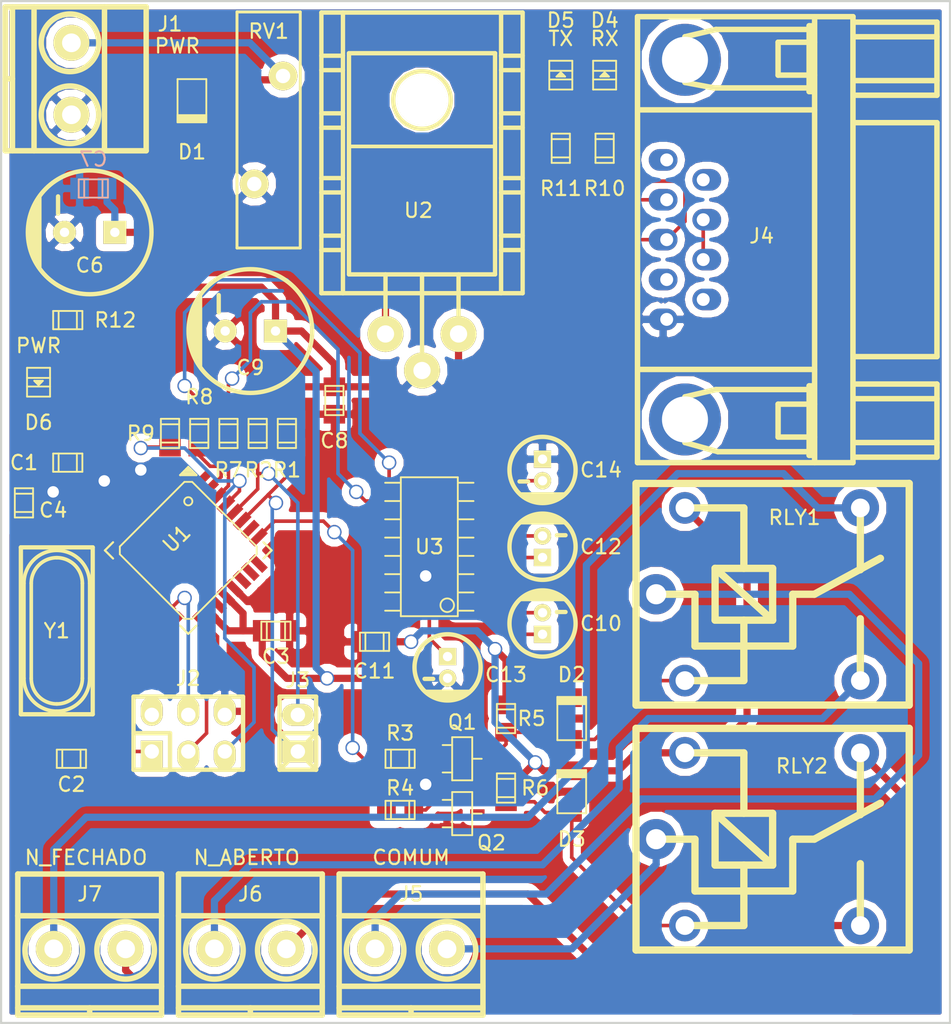
<source format=kicad_pcb>
(kicad_pcb (version 4) (host pcbnew 4.0.6)
  (layers (0 F.Cu signal) (31 B.Cu signal) (34 B.Paste user) (35 F.Paste user) (36 B.SilkS user) (37 F.SilkS user) (38 B.Mask user) (39 F.Mask user) (44 Edge.Cuts user))
  (net 0 "")
  (net 1 +5V)
  (net 2 GND)
  (net 3 /XTAL2)
  (net 4 /XTAL1)
  (net 5 "Net-(C6-Pad1)")
  (net 6 "Net-(C10-Pad1)")
  (net 7 "Net-(C10-Pad2)")
  (net 8 "Net-(C12-Pad1)")
  (net 9 "Net-(C12-Pad2)")
  (net 10 "Net-(C13-Pad1)")
  (net 11 "Net-(C14-Pad2)")
  (net 12 /MISO)
  (net 13 "Net-(J2-Pad2)")
  (net 14 /SCK)
  (net 15 /MOSI)
  (net 16 /RST)
  (net 17 /SDA)
  (net 18 /SCL)
  (net 19 /TX)
  (net 20 /RX)
  (net 21 "Net-(J4-Pad1)")
  (net 22 "Net-(J4-Pad4)")
  (net 23 "Net-(J4-Pad9)")
  (net 24 "Net-(J4-Pad7)")
  (net 25 "Net-(J4-Pad6)")
  (net 26 /C1)
  (net 27 /C2)
  (net 28 /NA1)
  (net 29 /NA2)
  (net 30 /NF1)
  (net 31 /NF2)
  (net 32 "Net-(Q1-Pad1)")
  (net 33 "Net-(Q2-Pad1)")
  (net 34 /R_EN)
  (net 35 "Net-(R7-Pad1)")
  (net 36 /RX_TTL)
  (net 37 "Net-(R8-Pad1)")
  (net 38 /TX_TTL)
  (net 39 "Net-(U1-Pad1)")
  (net 40 "Net-(U1-Pad2)")
  (net 41 "Net-(U1-Pad9)")
  (net 42 "Net-(U1-Pad10)")
  (net 43 "Net-(U1-Pad11)")
  (net 44 "Net-(U1-Pad12)")
  (net 45 "Net-(U1-Pad13)")
  (net 46 "Net-(U1-Pad14)")
  (net 47 "Net-(U1-Pad19)")
  (net 48 "Net-(U1-Pad22)")
  (net 49 "Net-(U1-Pad23)")
  (net 50 "Net-(U1-Pad24)")
  (net 51 "Net-(U1-Pad26)")
  (net 52 "Net-(U1-Pad32)")
  (net 53 "Net-(U3-Pad11)")
  (net 54 "Net-(U3-Pad12)")
  (net 55 "Net-(U3-Pad13)")
  (net 56 "Net-(U3-Pad14)")
  (net 57 "Net-(D1-Pad1)")
  (net 58 "Net-(D2-Pad1)")
  (net 59 "Net-(D3-Pad1)")
  (net 60 "Net-(D4-Pad2)")
  (net 61 "Net-(D5-Pad2)")
  (net 62 "Net-(D6-Pad2)")
  (module w_smd_leds:Led_0805 (layer F.Cu) (at 22.606 46.482 270)
    (fp_text reference D6 (at 2.794 0 360) (layer F.SilkS))
    (fp_text value PWR (at -2.54 0 360) (layer F.SilkS))
    (pad 2 smd rect (at -1.04902 0 270) (size 1.19888 1.19888) (layers F.Cu F.Paste F.Mask) (net 62 "Net-(D6-Pad2)"))
    (pad 1 smd rect (at 1.04902 0 270) (size 1.19888 1.19888) (layers F.Cu F.Paste F.Mask) (net 2 GND))
  )
  (module w_smd_leds:Led_0805 (layer F.Cu) (at 58.928 25.146 90)
    (fp_text reference D5 (at 3.81 0 180) (layer F.SilkS))
    (fp_text value TX (at 2.54 0 180) (layer F.SilkS))
    (pad 2 smd rect (at -1.04902 0 90) (size 1.19888 1.19888) (layers F.Cu F.Paste F.Mask) (net 61 "Net-(D5-Pad2)"))
    (pad 1 smd rect (at 1.04902 0 90) (size 1.19888 1.19888) (layers F.Cu F.Paste F.Mask) (net 2 GND))
  )
  (module w_smd_leds:Led_0805 (layer F.Cu) (at 61.976 25.146 90)
    (fp_text reference D4 (at 3.81 0 180) (layer F.SilkS))
    (fp_text value RX (at 2.54 0 180) (layer F.SilkS))
    (pad 2 smd rect (at -1.04902 0 90) (size 1.19888 1.19888) (layers F.Cu F.Paste F.Mask) (net 60 "Net-(D4-Pad2)"))
    (pad 1 smd rect (at 1.04902 0 90) (size 1.19888 1.19888) (layers F.Cu F.Paste F.Mask) (net 2 GND))
  )
  (module w_to:to220-horiz_5772 (layer F.Cu) (at 49.276 34.798)
    (fp_text reference U2 (at -0.254 -0.254) (layer F.SilkS))
    (fp_text value LM7805CT hide)
    (pad 3 thru_hole circle (at 2.54 8.3312) (size 2.49936 2.49936) (drill 1.19888) (layers *.Cu *.Mask F.SilkS) (net 1 +5V))
    (pad 1 thru_hole circle (at -2.54 8.3312) (size 2.49936 2.49936) (drill 1.19888) (layers *.Cu *.Mask F.SilkS) (net 5 "Net-(C6-Pad1)"))
    (pad 2 thru_hole circle (at 0 10.8712) (size 2.49936 2.49936) (drill 1.19888) (layers *.Cu *.Mask F.SilkS) (net 2 GND))
    (pad "" np_thru_hole circle (at 0 -7.9248) (size 3.49758 3.49758) (drill 3.49758) (layers *.Cu *.Mask F.SilkS))
  )
  (module w_smd_diode:do219ab (layer F.Cu) (at 33.274 26.924 270)
    (fp_text reference D1 (at 3.556 0 360) (layer F.SilkS))
    (fp_text value D_ALT hide)
    (pad 2 smd rect (at 1.45034 0 270) (size 1.30048 1.39954) (layers F.Cu F.Paste F.Mask) (net 5 "Net-(C6-Pad1)"))
    (pad 1 smd rect (at -1.45034 0 270) (size 1.30048 1.39954) (layers F.Cu F.Paste F.Mask) (net 57 "Net-(D1-Pad1)"))
  )
  (module w_smd_cap:c_0805 (layer F.Cu) (at 24.638 52.07)
    (fp_text reference C1 (at -3.048 0) (layer F.SilkS))
    (fp_text value 100nF hide)
    (pad 1 smd rect (at 0.9525 0) (size 1.30048 1.4986) (layers F.Cu F.Paste F.Mask) (net 1 +5V))
    (pad 2 smd rect (at -0.9525 0) (size 1.30048 1.4986) (layers F.Cu F.Paste F.Mask) (net 2 GND))
  )
  (module w_smd_cap:c_0805 (layer F.Cu) (at 24.892 72.644 180)
    (fp_text reference C2 (at 0 -1.778 180) (layer F.SilkS))
    (fp_text value 22pF hide)
    (pad 1 smd rect (at 0.9525 0 180) (size 1.30048 1.4986) (layers F.Cu F.Paste F.Mask) (net 3 /XTAL2))
    (pad 2 smd rect (at -0.9525 0 180) (size 1.30048 1.4986) (layers F.Cu F.Paste F.Mask) (net 2 GND))
  )
  (module w_smd_cap:c_0805 (layer F.Cu) (at 39.116 63.754 180)
    (fp_text reference C3 (at 0 -1.778 180) (layer F.SilkS))
    (fp_text value 100nF hide)
    (pad 1 smd rect (at 0.9525 0 180) (size 1.30048 1.4986) (layers F.Cu F.Paste F.Mask) (net 1 +5V))
    (pad 2 smd rect (at -0.9525 0 180) (size 1.30048 1.4986) (layers F.Cu F.Paste F.Mask) (net 2 GND))
  )
  (module w_smd_cap:c_0805 (layer F.Cu) (at 21.59 54.864 270)
    (fp_text reference C4 (at 0.508 -2.032 360) (layer F.SilkS))
    (fp_text value 22pF hide)
    (pad 1 smd rect (at 0.9525 0 270) (size 1.30048 1.4986) (layers F.Cu F.Paste F.Mask) (net 4 /XTAL1))
    (pad 2 smd rect (at -0.9525 0 270) (size 1.30048 1.4986) (layers F.Cu F.Paste F.Mask) (net 2 GND))
  )
  (module w_capacitors:CP_8x7mm (layer F.Cu) (at 26.162 36.068 90)
    (fp_text reference C6 (at -2.286 0 180) (layer F.SilkS))
    (fp_text value "470uF 35V" hide)
    (pad 1 thru_hole rect (at 0 1.75 90) (size 1.6 1.6) (drill 0.65) (layers *.Cu *.Mask F.SilkS) (net 5 "Net-(C6-Pad1)"))
    (pad 2 thru_hole circle (at 0 -1.75 90) (size 1.6 1.6) (drill 0.65) (layers *.Cu *.Mask F.SilkS) (net 2 GND))
  )
  (module w_smd_cap:c_0805 (layer B.Cu) (at 26.416 33.02)
    (fp_text reference C7 (at 0 -2.032) (layer B.SilkS) (effects (justify mirror)))
    (fp_text value 100nF hide)
    (pad 1 smd rect (at 0.9525 0) (size 1.30048 1.4986) (layers B.Cu B.Paste B.Mask) (net 5 "Net-(C6-Pad1)"))
    (pad 2 smd rect (at -0.9525 0) (size 1.30048 1.4986) (layers B.Cu B.Paste B.Mask) (net 2 GND))
  )
  (module w_smd_cap:c_0805 (layer F.Cu) (at 43.18 47.752 90)
    (fp_text reference C8 (at -2.794 0 180) (layer F.SilkS))
    (fp_text value 100nF hide)
    (pad 1 smd rect (at 0.9525 0 90) (size 1.30048 1.4986) (layers F.Cu F.Paste F.Mask) (net 1 +5V))
    (pad 2 smd rect (at -0.9525 0 90) (size 1.30048 1.4986) (layers F.Cu F.Paste F.Mask) (net 2 GND))
  )
  (module w_capacitors:CP_8x7mm (layer F.Cu) (at 37.338 42.926 90)
    (fp_text reference C9 (at -2.54 0 180) (layer F.SilkS))
    (fp_text value "470uF 10V" hide)
    (pad 1 thru_hole rect (at 0 1.75 90) (size 1.6 1.6) (drill 0.65) (layers *.Cu *.Mask F.SilkS) (net 1 +5V))
    (pad 2 thru_hole circle (at 0 -1.75 90) (size 1.6 1.6) (drill 0.65) (layers *.Cu *.Mask F.SilkS) (net 2 GND))
  )
  (module w_smd_cap:c_0805 (layer F.Cu) (at 45.974 64.516)
    (fp_text reference C11 (at 0 2.032) (layer F.SilkS))
    (fp_text value 100nF hide)
    (pad 1 smd rect (at 0.9525 0) (size 1.30048 1.4986) (layers F.Cu F.Paste F.Mask) (net 1 +5V))
    (pad 2 smd rect (at -0.9525 0) (size 1.30048 1.4986) (layers F.Cu F.Paste F.Mask) (net 2 GND))
  )
  (module w_smd_diode:do219ab (layer F.Cu) (at 59.69 69.85 90)
    (fp_text reference D2 (at 3.048 0 180) (layer F.SilkS))
    (fp_text value D_ALT hide)
    (pad 2 smd rect (at 1.45034 0 90) (size 1.30048 1.39954) (layers F.Cu F.Paste F.Mask) (net 1 +5V))
    (pad 1 smd rect (at -1.45034 0 90) (size 1.30048 1.39954) (layers F.Cu F.Paste F.Mask) (net 58 "Net-(D2-Pad1)"))
  )
  (module w_smd_diode:do219ab (layer F.Cu) (at 59.69 74.93 90)
    (fp_text reference D3 (at -3.302 0 180) (layer F.SilkS))
    (fp_text value D_ALT hide)
    (pad 2 smd rect (at 1.45034 0 90) (size 1.30048 1.39954) (layers F.Cu F.Paste F.Mask) (net 1 +5V))
    (pad 1 smd rect (at -1.45034 0 90) (size 1.30048 1.39954) (layers F.Cu F.Paste F.Mask) (net 59 "Net-(D3-Pad1)"))
  )
  (module w_conn_mkds:mkds_1,5-2 (layer F.Cu) (at 24.892 25.4 270)
    (fp_text reference J1 (at -3.81 -6.858 360) (layer F.SilkS))
    (fp_text value PWR (at -2.286 -7.366 360) (layer F.SilkS))
    (pad 1 thru_hole circle (at -2.5 0 270) (size 2.5 2.5) (drill 1.3) (layers *.Cu *.Mask F.SilkS) (net 57 "Net-(D1-Pad1)"))
    (pad 2 thru_hole circle (at 2.5 0 270) (size 2.5 2.5) (drill 1.3) (layers *.Cu *.Mask F.SilkS) (net 2 GND))
  )
  (module w_pin_strip:pin_strip_3x2 (layer F.Cu) (at 33.02 70.866)
    (fp_text reference J2 (at 0 -3.81) (layer F.SilkS))
    (fp_text value ICSP hide)
    (pad 1 thru_hole rect (at -2.54 1.27) (size 1.524 1.99898) (drill 1.00076 (offset 0 0.24892)) (layers *.Cu *.Mask F.SilkS) (net 12 /MISO))
    (pad 2 thru_hole oval (at -2.54 -1.27) (size 1.524 1.99898) (drill 1.00076 (offset 0 -0.24892)) (layers *.Cu *.Mask F.SilkS) (net 13 "Net-(J2-Pad2)"))
    (pad 3 thru_hole oval (at 0 1.27) (size 1.524 1.99898) (drill 1.00076 (offset 0 0.24892)) (layers *.Cu *.Mask F.SilkS) (net 14 /SCK))
    (pad 4 thru_hole oval (at 0 -1.27) (size 1.524 1.99898) (drill 1.00076 (offset 0 -0.24892)) (layers *.Cu *.Mask F.SilkS) (net 15 /MOSI))
    (pad 5 thru_hole oval (at 2.54 1.27) (size 1.524 1.99898) (drill 1.00076 (offset 0 0.24892)) (layers *.Cu *.Mask F.SilkS) (net 16 /RST))
    (pad 6 thru_hole oval (at 2.54 -1.27) (size 1.524 1.99898) (drill 1.00076 (offset 0 -0.24892)) (layers *.Cu *.Mask F.SilkS) (net 2 GND))
  )
  (module w_pin_strip:pin_socket_2 (layer F.Cu) (at 40.64 70.866 90)
    (fp_text reference J3 (at 3.683 0 180) (layer F.SilkS))
    (fp_text value I2C hide)
    (pad 1 thru_hole rect (at -1.27 0 90) (size 1.524 2.19964) (drill 1.00076) (layers *.Cu *.Mask F.SilkS) (net 17 /SDA))
    (pad 2 thru_hole oval (at 1.27 0 90) (size 1.524 2.19964) (drill 1.00076) (layers *.Cu *.Mask F.SilkS) (net 18 /SCL))
  )
  (module w_conn_d-sub:DB_9F (layer F.Cu) (at 74.676 36.576 90)
    (fp_text reference J4 (at 0.254 -1.778 180) (layer F.SilkS))
    (fp_text value DB9_FEMALE hide)
    (pad "" thru_hole circle (at 12.49426 -7.112 90) (size 5.00126 5.00126) (drill 3.2004) (layers *.Cu *.Mask))
    (pad 3 thru_hole oval (at 0 -8.382 90) (size 1.50114 1.99898) (drill 0.89916 (offset 0 -0.24892)) (layers *.Cu *.Mask) (net 19 /TX))
    (pad 2 thru_hole oval (at 2.77114 -8.382 90) (size 1.50114 1.99898) (drill 0.89916 (offset 0 -0.24892)) (layers *.Cu *.Mask) (net 20 /RX))
    (pad 1 thru_hole oval (at 5.53974 -8.382 90) (size 1.50114 1.99898) (drill 0.89916 (offset 0 -0.24892)) (layers *.Cu *.Mask) (net 21 "Net-(J4-Pad1)"))
    (pad 4 thru_hole oval (at -2.77114 -8.382 90) (size 1.50114 1.99898) (drill 0.89916 (offset 0 -0.24892)) (layers *.Cu *.Mask) (net 22 "Net-(J4-Pad4)"))
    (pad 5 thru_hole oval (at -5.53974 -8.382 90) (size 1.50114 1.99898) (drill 0.89916 (offset 0 -0.24892)) (layers *.Cu *.Mask) (net 2 GND))
    (pad 9 thru_hole oval (at -4.15544 -5.842 90) (size 1.50114 1.99898) (drill 0.89916 (offset 0 0.24892)) (layers *.Cu *.Mask) (net 23 "Net-(J4-Pad9)"))
    (pad 8 thru_hole oval (at -1.3843 -5.842 90) (size 1.50114 1.99898) (drill 0.89916 (offset 0 0.24892)) (layers *.Cu *.Mask) (net 24 "Net-(J4-Pad7)"))
    (pad 7 thru_hole oval (at 1.3843 -5.842 90) (size 1.50114 1.99898) (drill 0.89916 (offset 0 0.24892)) (layers *.Cu *.Mask) (net 24 "Net-(J4-Pad7)"))
    (pad 6 thru_hole oval (at 4.15544 -5.842 90) (size 1.50114 1.99898) (drill 0.89916 (offset 0 0.24892)) (layers *.Cu *.Mask) (net 25 "Net-(J4-Pad6)"))
    (pad "" thru_hole circle (at -12.49426 -7.112 90) (size 5.00126 5.00126) (drill 3.2004) (layers *.Cu *.Mask))
  )
  (module w_conn_mkds:mkds_1,5-2 (layer F.Cu) (at 48.514 85.852)
    (fp_text reference J5 (at 0 -3.81) (layer F.SilkS))
    (fp_text value COMUM (at 0 -6.35) (layer F.SilkS))
    (pad 1 thru_hole circle (at -2.5 0) (size 2.5 2.5) (drill 1.3) (layers *.Cu *.Mask F.SilkS) (net 26 /C1))
    (pad 2 thru_hole circle (at 2.5 0) (size 2.5 2.5) (drill 1.3) (layers *.Cu *.Mask F.SilkS) (net 27 /C2))
  )
  (module w_conn_mkds:mkds_1,5-2 (layer F.Cu) (at 37.338 85.852)
    (fp_text reference J6 (at 0 -3.81) (layer F.SilkS))
    (fp_text value N_ABERTO (at -0.254 -6.35) (layer F.SilkS))
    (pad 1 thru_hole circle (at -2.5 0) (size 2.5 2.5) (drill 1.3) (layers *.Cu *.Mask F.SilkS) (net 28 /NA1))
    (pad 2 thru_hole circle (at 2.5 0) (size 2.5 2.5) (drill 1.3) (layers *.Cu *.Mask F.SilkS) (net 29 /NA2))
  )
  (module w_conn_mkds:mkds_1,5-2 (layer F.Cu) (at 26.162 85.852)
    (fp_text reference J7 (at 0 -3.81) (layer F.SilkS))
    (fp_text value N_FECHADO (at -0.254 -6.35) (layer F.SilkS))
    (pad 1 thru_hole circle (at -2.5 0) (size 2.5 2.5) (drill 1.3) (layers *.Cu *.Mask F.SilkS) (net 30 /NF1))
    (pad 2 thru_hole circle (at 2.5 0) (size 2.5 2.5) (drill 1.3) (layers *.Cu *.Mask F.SilkS) (net 31 /NF2))
  )
  (module w_smd_trans:sot23 (layer F.Cu) (at 52.07 72.644 270)
    (fp_text reference Q1 (at -2.54 0 360) (layer F.SilkS))
    (fp_text value BC817 hide)
    (pad 1 smd rect (at -0.9525 1.05664 270) (size 0.59944 1.00076) (layers F.Cu F.Paste F.Mask) (net 32 "Net-(Q1-Pad1)"))
    (pad 2 smd rect (at 0 -1.05664 270) (size 0.59944 1.00076) (layers F.Cu F.Paste F.Mask) (net 58 "Net-(D2-Pad1)"))
    (pad 3 smd rect (at 0.9525 1.05664 270) (size 0.59944 1.00076) (layers F.Cu F.Paste F.Mask) (net 2 GND))
  )
  (module w_smd_trans:sot23 (layer F.Cu) (at 52.07 76.454 270)
    (fp_text reference Q2 (at 2.032 -2.032 360) (layer F.SilkS))
    (fp_text value BC817 hide)
    (pad 1 smd rect (at -0.9525 1.05664 270) (size 0.59944 1.00076) (layers F.Cu F.Paste F.Mask) (net 33 "Net-(Q2-Pad1)"))
    (pad 2 smd rect (at 0 -1.05664 270) (size 0.59944 1.00076) (layers F.Cu F.Paste F.Mask) (net 59 "Net-(D3-Pad1)"))
    (pad 3 smd rect (at 0.9525 1.05664 270) (size 0.59944 1.00076) (layers F.Cu F.Paste F.Mask) (net 2 GND))
  )
  (module w_smd_resistors:r_0805 (layer F.Cu) (at 39.878 50.038 90)
    (fp_text reference R1 (at -2.54 0 180) (layer F.SilkS))
    (fp_text value 4k7 hide)
    (pad 1 smd rect (at 0.9525 0 90) (size 1.30048 1.4986) (layers F.Cu F.Paste F.Mask) (net 1 +5V))
    (pad 2 smd rect (at -0.9525 0 90) (size 1.30048 1.4986) (layers F.Cu F.Paste F.Mask) (net 17 /SDA))
  )
  (module w_smd_resistors:r_0805 (layer F.Cu) (at 37.846 50.038 90)
    (fp_text reference R2 (at -2.54 0.0635 180) (layer F.SilkS))
    (fp_text value 4k7 hide)
    (pad 1 smd rect (at 0.9525 0 90) (size 1.30048 1.4986) (layers F.Cu F.Paste F.Mask) (net 1 +5V))
    (pad 2 smd rect (at -0.9525 0 90) (size 1.30048 1.4986) (layers F.Cu F.Paste F.Mask) (net 18 /SCL))
  )
  (module w_smd_resistors:r_0805 (layer F.Cu) (at 47.752 72.644)
    (fp_text reference R3 (at 0 -1.778) (layer F.SilkS))
    (fp_text value 1k hide)
    (pad 1 smd rect (at 0.9525 0) (size 1.30048 1.4986) (layers F.Cu F.Paste F.Mask) (net 32 "Net-(Q1-Pad1)"))
    (pad 2 smd rect (at -0.9525 0) (size 1.30048 1.4986) (layers F.Cu F.Paste F.Mask) (net 34 /R_EN))
  )
  (module w_smd_resistors:r_0805 (layer F.Cu) (at 47.752 76.2)
    (fp_text reference R4 (at 0 -1.524) (layer F.SilkS))
    (fp_text value 1k hide)
    (pad 1 smd rect (at 0.9525 0) (size 1.30048 1.4986) (layers F.Cu F.Paste F.Mask) (net 33 "Net-(Q2-Pad1)"))
    (pad 2 smd rect (at -0.9525 0) (size 1.30048 1.4986) (layers F.Cu F.Paste F.Mask) (net 34 /R_EN))
  )
  (module w_smd_resistors:r_0805 (layer F.Cu) (at 55.118 69.85 270)
    (fp_text reference R5 (at 0 -1.778 360) (layer F.SilkS))
    (fp_text value 10k hide)
    (pad 1 smd rect (at 0.9525 0 270) (size 1.30048 1.4986) (layers F.Cu F.Paste F.Mask) (net 58 "Net-(D2-Pad1)"))
    (pad 2 smd rect (at -0.9525 0 270) (size 1.30048 1.4986) (layers F.Cu F.Paste F.Mask) (net 1 +5V))
  )
  (module w_smd_resistors:r_0805 (layer F.Cu) (at 55.118 74.676 270)
    (fp_text reference R6 (at 0 -2.032 360) (layer F.SilkS))
    (fp_text value 10k hide)
    (pad 1 smd rect (at 0.9525 0 270) (size 1.30048 1.4986) (layers F.Cu F.Paste F.Mask) (net 59 "Net-(D3-Pad1)"))
    (pad 2 smd rect (at -0.9525 0 270) (size 1.30048 1.4986) (layers F.Cu F.Paste F.Mask) (net 1 +5V))
  )
  (module w_smd_resistors:r_0805 (layer F.Cu) (at 35.814 50.038 90)
    (fp_text reference R7 (at -2.54 0 180) (layer F.SilkS))
    (fp_text value 330R hide)
    (pad 1 smd rect (at 0.9525 0 90) (size 1.30048 1.4986) (layers F.Cu F.Paste F.Mask) (net 35 "Net-(R7-Pad1)"))
    (pad 2 smd rect (at -0.9525 0 90) (size 1.30048 1.4986) (layers F.Cu F.Paste F.Mask) (net 36 /RX_TTL))
  )
  (module w_smd_resistors:r_0805 (layer F.Cu) (at 33.782 50.038 90)
    (fp_text reference R8 (at 2.54 0 180) (layer F.SilkS))
    (fp_text value 330R hide)
    (pad 1 smd rect (at 0.9525 0 90) (size 1.30048 1.4986) (layers F.Cu F.Paste F.Mask) (net 37 "Net-(R8-Pad1)"))
    (pad 2 smd rect (at -0.9525 0 90) (size 1.30048 1.4986) (layers F.Cu F.Paste F.Mask) (net 38 /TX_TTL))
  )
  (module w_relay:relay_hjr-3ff_z (layer F.Cu) (at 73.66 61.214 90)
    (fp_text reference RLY1 (at 5.334 1.524 180) (layer F.SilkS))
    (fp_text value RELAY_HJR-3FF_Z hide)
    (pad 2 thru_hole circle (at -6 -6.1 90) (size 2.2 2.2) (drill 1.3) (layers *.Cu) (net 58 "Net-(D2-Pad1)"))
    (pad 3 thru_hole circle (at -6 6.1 90) (size 2.6 2.6) (drill 1.3) (layers *.Cu) (net 28 /NA1))
    (pad 4 thru_hole circle (at 6 6.1 90) (size 2.6 2.6) (drill 1.3) (layers *.Cu) (net 30 /NF1))
    (pad 5 thru_hole circle (at 6 -6.1 90) (size 2.2 2.2) (drill 1.3) (layers *.Cu) (net 1 +5V))
    (pad 1 thru_hole circle (at 0 -8.1 90) (size 2.8 2.8) (drill 1.4) (layers *.Cu) (net 26 /C1))
  )
  (module w_relay:relay_hjr-3ff_z (layer F.Cu) (at 73.66 78.232 90)
    (fp_text reference RLY2 (at 5.08 2.032 180) (layer F.SilkS))
    (fp_text value RELAY_HJR-3FF_Z hide)
    (pad 2 thru_hole circle (at -6 -6.1 90) (size 2.2 2.2) (drill 1.3) (layers *.Cu) (net 59 "Net-(D3-Pad1)"))
    (pad 3 thru_hole circle (at -6 6.1 90) (size 2.6 2.6) (drill 1.3) (layers *.Cu) (net 29 /NA2))
    (pad 4 thru_hole circle (at 6 6.1 90) (size 2.6 2.6) (drill 1.3) (layers *.Cu) (net 31 /NF2))
    (pad 5 thru_hole circle (at 6 -6.1 90) (size 2.2 2.2) (drill 1.3) (layers *.Cu) (net 1 +5V))
    (pad 1 thru_hole circle (at 0 -8.1 90) (size 2.8 2.8) (drill 1.4) (layers *.Cu) (net 27 /C2))
  )
  (module bourns:BOURNS-MOV-14DxxxK_THRU-VARISTOR (layer F.Cu) (at 38.608 28.956 270)
    (fp_text reference RV1 (at -6.858 0 360) (layer F.SilkS))
    (fp_text value 30V hide)
    (pad 1 thru_hole circle (at -3.75 -1 270) (size 2 2) (drill 1) (layers *.Cu *.Mask F.SilkS) (net 57 "Net-(D1-Pad1)"))
    (pad 2 thru_hole circle (at 3.75 1 270) (size 2 2) (drill 1) (layers *.Cu *.Mask F.SilkS) (net 2 GND))
  )
  (module w_smd_lqfp:lqfp32 (layer F.Cu) (at 33.02 58.166 225)
    (fp_text reference U1 (at 0 1.143 225) (layer F.SilkS))
    (fp_text value ATMEGA328P-AU hide)
    (pad 4 smd rect (at -0.39878 4.09956 225) (size 0.55118 1.30048) (layers F.Cu F.Paste F.Mask) (net 1 +5V))
    (pad 5 smd rect (at 0.39878 4.09956 225) (size 0.55118 1.30048) (layers F.Cu F.Paste F.Mask) (net 2 GND))
    (pad 6 smd rect (at 1.19888 4.09956 225) (size 0.55118 1.30048) (layers F.Cu F.Paste F.Mask) (net 1 +5V))
    (pad 7 smd rect (at 1.99898 4.09956 225) (size 0.55118 1.30048) (layers F.Cu F.Paste F.Mask) (net 4 /XTAL1))
    (pad 8 smd rect (at 2.79908 4.09956 225) (size 0.55118 1.30048) (layers F.Cu F.Paste F.Mask) (net 3 /XTAL2))
    (pad 1 smd rect (at -2.79908 4.09956 225) (size 0.55118 1.30048) (layers F.Cu F.Paste F.Mask) (net 39 "Net-(U1-Pad1)"))
    (pad 2 smd rect (at -1.99898 4.09956 225) (size 0.55118 1.30048) (layers F.Cu F.Paste F.Mask) (net 40 "Net-(U1-Pad2)"))
    (pad 3 smd rect (at -1.19888 4.09956 225) (size 0.55118 1.30048) (layers F.Cu F.Paste F.Mask) (net 2 GND))
    (pad 9 smd rect (at 4.09956 2.79908 225) (size 1.30048 0.55118) (layers F.Cu F.Paste F.Mask) (net 41 "Net-(U1-Pad9)"))
    (pad 10 smd rect (at 4.09956 1.99898 225) (size 1.30048 0.55118) (layers F.Cu F.Paste F.Mask) (net 42 "Net-(U1-Pad10)"))
    (pad 11 smd rect (at 4.09956 1.19888 225) (size 1.30048 0.55118) (layers F.Cu F.Paste F.Mask) (net 43 "Net-(U1-Pad11)"))
    (pad 12 smd rect (at 4.09956 0.39878 225) (size 1.30048 0.55118) (layers F.Cu F.Paste F.Mask) (net 44 "Net-(U1-Pad12)"))
    (pad 13 smd rect (at 4.09956 -0.39878 225) (size 1.30048 0.55118) (layers F.Cu F.Paste F.Mask) (net 45 "Net-(U1-Pad13)"))
    (pad 14 smd rect (at 4.09956 -1.19888 225) (size 1.30048 0.55118) (layers F.Cu F.Paste F.Mask) (net 46 "Net-(U1-Pad14)"))
    (pad 15 smd rect (at 4.09956 -1.99898 225) (size 1.30048 0.55118) (layers F.Cu F.Paste F.Mask) (net 15 /MOSI))
    (pad 16 smd rect (at 4.09956 -2.79908 225) (size 1.30048 0.55118) (layers F.Cu F.Paste F.Mask) (net 12 /MISO))
    (pad 17 smd rect (at 2.79908 -4.09956 225) (size 0.55118 1.30048) (layers F.Cu F.Paste F.Mask) (net 14 /SCK))
    (pad 18 smd rect (at 1.99898 -4.09956 225) (size 0.55118 1.30048) (layers F.Cu F.Paste F.Mask) (net 1 +5V))
    (pad 19 smd rect (at 1.19888 -4.09956 225) (size 0.55118 1.30048) (layers F.Cu F.Paste F.Mask) (net 47 "Net-(U1-Pad19)"))
    (pad 20 smd rect (at 0.39878 -4.09956 225) (size 0.55118 1.30048) (layers F.Cu F.Paste F.Mask) (net 1 +5V))
    (pad 21 smd rect (at -0.39878 -4.09956 225) (size 0.55118 1.30048) (layers F.Cu F.Paste F.Mask) (net 2 GND))
    (pad 22 smd rect (at -1.19888 -4.09956 225) (size 0.55118 1.30048) (layers F.Cu F.Paste F.Mask) (net 48 "Net-(U1-Pad22)"))
    (pad 23 smd rect (at -1.99898 -4.09956 225) (size 0.55118 1.30048) (layers F.Cu F.Paste F.Mask) (net 49 "Net-(U1-Pad23)"))
    (pad 24 smd rect (at -2.79908 -4.09956 225) (size 0.55118 1.30048) (layers F.Cu F.Paste F.Mask) (net 50 "Net-(U1-Pad24)"))
    (pad 25 smd rect (at -4.09956 -2.79908 225) (size 1.30048 0.55118) (layers F.Cu F.Paste F.Mask) (net 34 /R_EN))
    (pad 26 smd rect (at -4.09956 -1.99898 225) (size 1.30048 0.55118) (layers F.Cu F.Paste F.Mask) (net 51 "Net-(U1-Pad26)"))
    (pad 27 smd rect (at -4.09956 -1.19888 225) (size 1.30048 0.55118) (layers F.Cu F.Paste F.Mask) (net 17 /SDA))
    (pad 28 smd rect (at -4.09956 -0.39878 225) (size 1.30048 0.55118) (layers F.Cu F.Paste F.Mask) (net 18 /SCL))
    (pad 29 smd rect (at -4.09956 0.39878 225) (size 1.30048 0.55118) (layers F.Cu F.Paste F.Mask) (net 16 /RST))
    (pad 30 smd rect (at -4.09956 1.19888 225) (size 1.30048 0.55118) (layers F.Cu F.Paste F.Mask) (net 36 /RX_TTL))
    (pad 31 smd rect (at -4.09956 1.99898 225) (size 1.30048 0.55118) (layers F.Cu F.Paste F.Mask) (net 38 /TX_TTL))
    (pad 32 smd rect (at -4.09956 2.79908 225) (size 1.30048 0.55118) (layers F.Cu F.Paste F.Mask) (net 52 "Net-(U1-Pad32)"))
  )
  (module w_smd_dil:so-16 (layer F.Cu) (at 49.784 57.912 90)
    (fp_text reference U3 (at 0 0 180) (layer F.SilkS))
    (fp_text value MAX232 hide)
    (pad 1 smd rect (at -4.445 2.794 90) (size 0.59944 1.99898) (layers F.Cu F.Paste F.Mask) (net 6 "Net-(C10-Pad1)"))
    (pad 2 smd rect (at -3.175 2.794 90) (size 0.59944 1.99898) (layers F.Cu F.Paste F.Mask) (net 10 "Net-(C13-Pad1)"))
    (pad 3 smd rect (at -1.905 2.794 90) (size 0.59944 1.99898) (layers F.Cu F.Paste F.Mask) (net 7 "Net-(C10-Pad2)"))
    (pad 4 smd rect (at -0.635 2.794 90) (size 0.59944 1.99898) (layers F.Cu F.Paste F.Mask) (net 8 "Net-(C12-Pad1)"))
    (pad 5 smd rect (at 0.635 2.794 90) (size 0.59944 1.99898) (layers F.Cu F.Paste F.Mask) (net 9 "Net-(C12-Pad2)"))
    (pad 6 smd rect (at 1.905 2.794 90) (size 0.59944 1.99898) (layers F.Cu F.Paste F.Mask) (net 11 "Net-(C14-Pad2)"))
    (pad 7 smd rect (at 3.175 2.794 90) (size 0.59944 1.99898) (layers F.Cu F.Paste F.Mask) (net 19 /TX))
    (pad 8 smd rect (at 4.445 2.794 90) (size 0.59944 1.99898) (layers F.Cu F.Paste F.Mask) (net 20 /RX))
    (pad 9 smd rect (at 4.445 -2.794 90) (size 0.59944 1.99898) (layers F.Cu F.Paste F.Mask) (net 37 "Net-(R8-Pad1)"))
    (pad 10 smd rect (at 3.175 -2.794 90) (size 0.59944 1.99898) (layers F.Cu F.Paste F.Mask) (net 35 "Net-(R7-Pad1)"))
    (pad 11 smd rect (at 1.905 -2.794 90) (size 0.59944 1.99898) (layers F.Cu F.Paste F.Mask) (net 53 "Net-(U3-Pad11)"))
    (pad 12 smd rect (at 0.635 -2.794 90) (size 0.59944 1.99898) (layers F.Cu F.Paste F.Mask) (net 54 "Net-(U3-Pad12)"))
    (pad 13 smd rect (at -0.635 -2.794 90) (size 0.59944 1.99898) (layers F.Cu F.Paste F.Mask) (net 55 "Net-(U3-Pad13)"))
    (pad 14 smd rect (at -1.905 -2.794 90) (size 0.59944 1.99898) (layers F.Cu F.Paste F.Mask) (net 56 "Net-(U3-Pad14)"))
    (pad 15 smd rect (at -3.175 -2.794 90) (size 0.59944 1.99898) (layers F.Cu F.Paste F.Mask) (net 2 GND))
    (pad 16 smd rect (at -4.445 -2.794 90) (size 0.59944 1.99898) (layers F.Cu F.Paste F.Mask) (net 1 +5V))
  )
  (module w_crystal:crystal_hc-49%2fsmd (layer F.Cu) (at 23.876 63.754 90)
    (fp_text reference Y1 (at 0 0 180) (layer F.SilkS))
    (fp_text value 16MHz hide)
    (pad 1 smd rect (at -4.7498 0 90) (size 5.4991 1.99898) (layers F.Cu F.Paste F.Mask) (net 3 /XTAL2))
    (pad 2 smd rect (at 4.7498 0 90) (size 5.4991 1.99898) (layers F.Cu F.Paste F.Mask) (net 4 /XTAL1))
  )
  (module w_smd_resistors:r_0805 (layer F.Cu) (at 31.75 50.038 270)
    (fp_text reference R9 (at 0 2.032 360) (layer F.SilkS))
    (fp_text value 10k hide)
    (pad 1 smd rect (at 0.9525 0 270) (size 1.30048 1.4986) (layers F.Cu F.Paste F.Mask) (net 16 /RST))
    (pad 2 smd rect (at -0.9525 0 270) (size 1.30048 1.4986) (layers F.Cu F.Paste F.Mask) (net 1 +5V))
  )
  (module w_capacitors:CP_4x5mm (layer F.Cu) (at 57.658 63.246)
    (fp_text reference C10 (at 4.064 0) (layer F.SilkS))
    (fp_text value "10uF 10V" hide)
    (pad 1 thru_hole rect (at 0 0.75) (size 1.2 1.2) (drill 0.65) (layers *.Cu *.Mask F.SilkS) (net 6 "Net-(C10-Pad1)"))
    (pad 2 thru_hole circle (at 0 -0.75) (size 1.2 1.2) (drill 0.65) (layers *.Cu *.Mask F.SilkS) (net 7 "Net-(C10-Pad2)"))
  )
  (module w_capacitors:CP_4x5mm (layer F.Cu) (at 57.658 57.912)
    (fp_text reference C12 (at 4.064 0) (layer F.SilkS))
    (fp_text value "10uF 10V" hide)
    (pad 1 thru_hole rect (at 0 0.75) (size 1.2 1.2) (drill 0.65) (layers *.Cu *.Mask F.SilkS) (net 8 "Net-(C12-Pad1)"))
    (pad 2 thru_hole circle (at 0 -0.75) (size 1.2 1.2) (drill 0.65) (layers *.Cu *.Mask F.SilkS) (net 9 "Net-(C12-Pad2)"))
  )
  (module w_capacitors:CP_4x5mm (layer F.Cu) (at 51.054 66.294 180)
    (fp_text reference C13 (at -4.064 -0.508 180) (layer F.SilkS))
    (fp_text value "10uF 10V" hide)
    (pad 1 thru_hole rect (at 0 0.75 180) (size 1.2 1.2) (drill 0.65) (layers *.Cu *.Mask F.SilkS) (net 10 "Net-(C13-Pad1)"))
    (pad 2 thru_hole circle (at 0 -0.75 180) (size 1.2 1.2) (drill 0.65) (layers *.Cu *.Mask F.SilkS) (net 2 GND))
  )
  (module w_capacitors:CP_4x5mm (layer F.Cu) (at 57.658 52.578 180)
    (fp_text reference C14 (at -4.064 0 180) (layer F.SilkS))
    (fp_text value "10uF 10V" hide)
    (pad 1 thru_hole rect (at 0 0.75 180) (size 1.2 1.2) (drill 0.65) (layers *.Cu *.Mask F.SilkS) (net 2 GND))
    (pad 2 thru_hole circle (at 0 -0.75 180) (size 1.2 1.2) (drill 0.65) (layers *.Cu *.Mask F.SilkS) (net 11 "Net-(C14-Pad2)"))
  )
  (module w_smd_resistors:r_0805 (layer F.Cu) (at 61.976 30.226 90)
    (fp_text reference R10 (at -2.794 0 180) (layer F.SilkS))
    (fp_text value 560R hide)
    (pad 1 smd rect (at 0.9525 0 90) (size 1.30048 1.4986) (layers F.Cu F.Paste F.Mask) (net 60 "Net-(D4-Pad2)"))
    (pad 2 smd rect (at -0.9525 0 90) (size 1.30048 1.4986) (layers F.Cu F.Paste F.Mask) (net 19 /TX))
  )
  (module w_smd_resistors:r_0805 (layer F.Cu) (at 58.928 30.226 90)
    (fp_text reference R11 (at -2.794 0 180) (layer F.SilkS))
    (fp_text value 560R hide)
    (pad 1 smd rect (at 0.9525 0 90) (size 1.30048 1.4986) (layers F.Cu F.Paste F.Mask) (net 61 "Net-(D5-Pad2)"))
    (pad 2 smd rect (at -0.9525 0 90) (size 1.30048 1.4986) (layers F.Cu F.Paste F.Mask) (net 20 /RX))
  )
  (module w_smd_resistors:r_0805 (layer F.Cu) (at 24.638 42.164 180)
    (fp_text reference R12 (at -3.302 0 180) (layer F.SilkS))
    (fp_text value 560R hide)
    (pad 1 smd rect (at 0.9525 0 180) (size 1.30048 1.4986) (layers F.Cu F.Paste F.Mask) (net 62 "Net-(D6-Pad2)"))
    (pad 2 smd rect (at -0.9525 0 180) (size 1.30048 1.4986) (layers F.Cu F.Paste F.Mask) (net 1 +5V))
  )
  (gr_line (start 86 20) (end 86 91) (angle 90) (layer Edge.Cuts) (width 0.15))
  (gr_line (start 20 91) (end 86 91) (angle 90) (layer Edge.Cuts) (width 0.15))
  (gr_line (start 20 20) (end 20 91) (angle 90) (layer Edge.Cuts) (width 0.15))
  (gr_line (start 20 20) (end 86 20) (angle 90) (layer Edge.Cuts) (width 0.15))
  (segment (start 31.75 49.0855) (end 25.5905 49.0855) (width 0.5) (layer F.Cu) (net 1))
  (segment (start 25.654 49.022) (end 25.5905 49.022) (width 0.5) (layer F.Cu) (net 1))
  (segment (start 25.5905 49.0855) (end 25.654 49.022) (width 0.5) (layer F.Cu) (net 1))
  (segment (start 59.69 73.47966) (end 62.91834 73.47966) (width 0.5) (layer F.Cu) (net 1))
  (segment (start 64.166 72.232) (end 67.56 72.232) (width 0.5) (layer F.Cu) (net 1))
  (segment (start 62.91834 73.47966) (end 64.166 72.232) (width 0.5) (layer F.Cu) (net 1))
  (segment (start 67.56 55.214) (end 71.882 59.536) (width 0.5) (layer F.Cu) (net 1))
  (segment (start 71.882 59.536) (end 71.882 69.85) (width 0.5) (layer F.Cu) (net 1))
  (segment (start 71.882 69.85) (end 69.5 72.232) (width 0.5) (layer F.Cu) (net 1))
  (segment (start 69.5 72.232) (end 67.56 72.232) (width 0.5) (layer F.Cu) (net 1))
  (segment (start 59.69 73.47966) (end 57.73166 73.47966) (width 0.5) (layer F.Cu) (net 1))
  (segment (start 57.73166 73.47966) (end 57.15 72.898) (width 0.5) (layer F.Cu) (net 1))
  (segment (start 55.118 73.7235) (end 56.3245 73.7235) (width 0.5) (layer F.Cu) (net 1))
  (segment (start 54.356 70.104) (end 54.356 65.024) (width 0.5) (layer B.Cu) (net 1))
  (segment (start 57.15 72.898) (end 54.356 70.104) (width 0.5) (layer B.Cu) (net 1))
  (via (at 57.15 72.898) (size 1) (drill 0.8) (layers F.Cu B.Cu) (net 1))
  (segment (start 56.3245 73.7235) (end 57.15 72.898) (width 0.5) (layer F.Cu) (net 1))
  (segment (start 59.69 68.39966) (end 57.58434 68.39966) (width 0.5) (layer F.Cu) (net 1))
  (segment (start 57.0865 68.8975) (end 55.118 68.8975) (width 0.5) (layer F.Cu) (net 1))
  (segment (start 57.58434 68.39966) (end 57.0865 68.8975) (width 0.5) (layer F.Cu) (net 1))
  (segment (start 55.118 68.8975) (end 55.118 65.786) (width 0.5) (layer F.Cu) (net 1))
  (segment (start 48.514 64.516) (end 46.9265 64.516) (width 0.5) (layer F.Cu) (net 1))
  (via (at 48.514 64.516) (size 1) (drill 0.8) (layers F.Cu B.Cu) (net 1))
  (segment (start 49.276 63.754) (end 48.514 64.516) (width 0.5) (layer B.Cu) (net 1))
  (segment (start 53.086 63.754) (end 49.276 63.754) (width 0.5) (layer B.Cu) (net 1))
  (segment (start 54.356 65.024) (end 53.086 63.754) (width 0.5) (layer B.Cu) (net 1))
  (via (at 54.356 65.024) (size 1) (drill 0.8) (layers F.Cu B.Cu) (net 1))
  (segment (start 55.118 65.786) (end 54.356 65.024) (width 0.5) (layer F.Cu) (net 1))
  (segment (start 39.088 42.926) (end 41.91 45.748) (width 0.5) (layer B.Cu) (net 1))
  (via (at 42.672 67.056) (size 1) (drill 0.8) (layers F.Cu B.Cu) (net 1))
  (segment (start 41.91 66.294) (end 42.672 67.056) (width 0.5) (layer B.Cu) (net 1))
  (segment (start 41.91 45.748) (end 41.91 66.294) (width 0.5) (layer B.Cu) (net 1))
  (segment (start 25.5905 42.164) (end 26.924 42.164) (width 0.5) (layer F.Cu) (net 1))
  (segment (start 26.924 42.164) (end 27.686 42.926) (width 0.5) (layer F.Cu) (net 1))
  (segment (start 46.9265 64.516) (end 46.9265 66.1035) (width 0.5) (layer F.Cu) (net 1))
  (segment (start 46.9265 66.1035) (end 45.974 67.056) (width 0.5) (layer F.Cu) (net 1))
  (segment (start 45.974 67.056) (end 42.672 67.056) (width 0.5) (layer F.Cu) (net 1))
  (segment (start 39.878 67.056) (end 38.354 65.532) (width 0.5) (layer F.Cu) (net 1))
  (segment (start 42.672 67.056) (end 39.878 67.056) (width 0.5) (layer F.Cu) (net 1))
  (segment (start 46.99 62.357) (end 46.99 64.4525) (width 0.5) (layer F.Cu) (net 1))
  (segment (start 46.99 64.4525) (end 46.9265 64.516) (width 0.5) (layer F.Cu) (net 1))
  (segment (start 43.18 46.7995) (end 40.5765 46.7995) (width 0.5) (layer F.Cu) (net 1))
  (segment (start 39.878 47.498) (end 39.878 49.0855) (width 0.5) (layer F.Cu) (net 1))
  (segment (start 40.5765 46.7995) (end 39.878 47.498) (width 0.5) (layer F.Cu) (net 1))
  (segment (start 37.846 49.0855) (end 39.878 49.0855) (width 0.5) (layer F.Cu) (net 1))
  (segment (start 38.1635 63.754) (end 38.1635 65.3415) (width 0.5) (layer F.Cu) (net 1))
  (segment (start 38.1635 65.3415) (end 38.354 65.532) (width 0.5) (layer F.Cu) (net 1))
  (segment (start 38.1635 63.754) (end 36.83 63.754) (width 0.5) (layer F.Cu) (net 1))
  (segment (start 35.636847 61.346807) (end 36.83 62.53996) (width 0.5) (layer F.Cu) (net 1))
  (segment (start 36.83 62.53996) (end 36.83 63.754) (width 0.5) (layer F.Cu) (net 1))
  (segment (start 36.83 63.754) (end 35.781015 63.754) (width 0.5) (layer F.Cu) (net 1))
  (segment (start 35.781015 63.754) (end 34.505334 62.478319) (width 0.5) (layer F.Cu) (net 1))
  (segment (start 39.088 42.926) (end 40.894 42.926) (width 0.5) (layer F.Cu) (net 1))
  (segment (start 40.894 42.926) (end 43.18 45.212) (width 0.5) (layer F.Cu) (net 1))
  (segment (start 43.18 45.212) (end 43.18 46.7995) (width 0.5) (layer F.Cu) (net 1))
  (segment (start 51.816 43.1292) (end 51.816 47.244) (width 0.5) (layer F.Cu) (net 1))
  (segment (start 51.816 47.244) (end 50.546 48.514) (width 0.5) (layer F.Cu) (net 1))
  (segment (start 50.546 48.514) (end 47.752 48.514) (width 0.5) (layer F.Cu) (net 1))
  (segment (start 47.752 48.514) (end 46.0375 46.7995) (width 0.5) (layer F.Cu) (net 1))
  (segment (start 46.0375 46.7995) (end 43.18 46.7995) (width 0.5) (layer F.Cu) (net 1))
  (segment (start 29.273437 56.11491) (end 27.514527 54.356) (width 0.5) (layer F.Cu) (net 1))
  (segment (start 25.5905 53.7845) (end 25.5905 52.07) (width 0.5) (layer F.Cu) (net 1))
  (segment (start 26.162 54.356) (end 25.5905 53.7845) (width 0.5) (layer F.Cu) (net 1))
  (segment (start 27.514527 54.356) (end 26.162 54.356) (width 0.5) (layer F.Cu) (net 1))
  (segment (start 30.403153 54.985193) (end 27.48796 52.07) (width 0.5) (layer F.Cu) (net 1))
  (segment (start 27.48796 52.07) (end 25.5905 52.07) (width 0.5) (layer F.Cu) (net 1))
  (segment (start 25.5905 52.07) (end 25.5905 49.022) (width 0.5) (layer F.Cu) (net 1))
  (segment (start 25.5905 49.022) (end 25.5905 45.0215) (width 0.5) (layer F.Cu) (net 1))
  (segment (start 25.5905 45.0215) (end 27.686 42.926) (width 0.5) (layer F.Cu) (net 1))
  (segment (start 27.686 42.926) (end 30.734 39.878) (width 0.5) (layer F.Cu) (net 1))
  (segment (start 30.734 39.878) (end 38.1 39.878) (width 0.5) (layer F.Cu) (net 1))
  (segment (start 38.1 39.878) (end 39.088 40.866) (width 0.5) (layer F.Cu) (net 1))
  (segment (start 39.088 40.866) (end 39.088 42.926) (width 0.5) (layer F.Cu) (net 1))
  (segment (start 39.2912 43.1292) (end 39.088 42.926) (width 0.5) (layer F.Cu) (net 1))
  (segment (start 46.99 61.087) (end 48.387 61.087) (width 0.5) (layer F.Cu) (net 2))
  (segment (start 48.248 67.044) (end 51.054 67.044) (width 0.5) (layer B.Cu) (net 2))
  (segment (start 46.99 65.786) (end 48.248 67.044) (width 0.5) (layer B.Cu) (net 2))
  (segment (start 46.99 62.484) (end 46.99 65.786) (width 0.5) (layer B.Cu) (net 2))
  (segment (start 49.53 59.944) (end 46.99 62.484) (width 0.5) (layer B.Cu) (net 2))
  (via (at 49.53 59.944) (size 1) (drill 0.8) (layers F.Cu B.Cu) (net 2))
  (segment (start 48.387 61.087) (end 49.53 59.944) (width 0.5) (layer F.Cu) (net 2))
  (segment (start 45.0215 64.516) (end 43.942 64.516) (width 0.5) (layer F.Cu) (net 2))
  (segment (start 43.942 64.516) (end 42.418 62.992) (width 0.5) (layer F.Cu) (net 2))
  (segment (start 46.99 61.087) (end 44.323 61.087) (width 0.5) (layer F.Cu) (net 2))
  (segment (start 41.656 63.754) (end 40.0685 63.754) (width 0.5) (layer F.Cu) (net 2))
  (segment (start 44.323 61.087) (end 42.418 62.992) (width 0.5) (layer F.Cu) (net 2))
  (segment (start 42.418 62.992) (end 41.656 63.754) (width 0.5) (layer F.Cu) (net 2))
  (segment (start 51.01336 73.5965) (end 50.3555 73.5965) (width 0.5) (layer F.Cu) (net 2))
  (segment (start 50.3555 73.5965) (end 49.53 74.422) (width 0.5) (layer F.Cu) (net 2))
  (via (at 49.53 74.422) (size 1) (drill 0.8) (layers F.Cu B.Cu) (net 2))
  (segment (start 49.53 74.422) (end 49.53 68.568) (width 0.5) (layer B.Cu) (net 2))
  (segment (start 49.53 68.568) (end 51.054 67.044) (width 0.5) (layer B.Cu) (net 2))
  (segment (start 61.976 24.09698) (end 58.928 24.09698) (width 0.5) (layer F.Cu) (net 2))
  (segment (start 36.200807 60.782847) (end 37.13996 61.722) (width 0.5) (layer F.Cu) (net 2))
  (segment (start 40.0685 62.4205) (end 40.0685 63.754) (width 0.5) (layer F.Cu) (net 2))
  (segment (start 39.37 61.722) (end 40.0685 62.4205) (width 0.5) (layer F.Cu) (net 2))
  (segment (start 37.13996 61.722) (end 39.37 61.722) (width 0.5) (layer F.Cu) (net 2))
  (segment (start 30.96891 54.419437) (end 29.718 53.168527) (width 0.5) (layer F.Cu) (net 2))
  (segment (start 27.94 52.578) (end 27.178 53.34) (width 0.5) (layer B.Cu) (net 2))
  (segment (start 29.718 52.578) (end 27.94 52.578) (width 0.5) (layer B.Cu) (net 2))
  (via (at 29.718 52.578) (size 1) (drill 0.8) (layers F.Cu B.Cu) (net 2))
  (segment (start 29.718 53.168527) (end 29.718 52.578) (width 0.5) (layer F.Cu) (net 2))
  (segment (start 29.839193 55.549153) (end 27.63004 53.34) (width 0.5) (layer F.Cu) (net 2))
  (segment (start 23.6855 54.0385) (end 23.6855 52.07) (width 0.5) (layer F.Cu) (net 2))
  (segment (start 23.622 54.102) (end 23.6855 54.0385) (width 0.5) (layer F.Cu) (net 2))
  (via (at 23.622 54.102) (size 1) (drill 0.8) (layers F.Cu B.Cu) (net 2))
  (segment (start 24.384 54.102) (end 23.622 54.102) (width 0.5) (layer B.Cu) (net 2))
  (segment (start 25.146 53.34) (end 24.384 54.102) (width 0.5) (layer B.Cu) (net 2))
  (segment (start 27.178 53.34) (end 25.146 53.34) (width 0.5) (layer B.Cu) (net 2))
  (via (at 27.178 53.34) (size 1) (drill 0.8) (layers F.Cu B.Cu) (net 2))
  (segment (start 27.63004 53.34) (end 27.178 53.34) (width 0.5) (layer F.Cu) (net 2))
  (segment (start 29.839193 55.549153) (end 29.839193 55.493193) (width 0.5) (layer F.Cu) (net 2))
  (segment (start 23.876 68.5038) (end 23.876 72.5805) (width 0.25) (layer F.Cu) (net 3))
  (segment (start 23.876 72.5805) (end 23.9395 72.644) (width 0.25) (layer F.Cu) (net 3))
  (segment (start 28.141925 57.246422) (end 26.67 58.718347) (width 0.25) (layer F.Cu) (net 3))
  (segment (start 25.4762 68.5038) (end 23.876 68.5038) (width 0.25) (layer F.Cu) (net 3))
  (segment (start 26.67 67.31) (end 25.4762 68.5038) (width 0.25) (layer F.Cu) (net 3))
  (segment (start 26.67 66.294) (end 26.67 67.31) (width 0.25) (layer F.Cu) (net 3))
  (segment (start 26.67 58.718347) (end 26.67 66.294) (width 0.25) (layer F.Cu) (net 3))
  (segment (start 21.59 55.8165) (end 21.59 56.896) (width 0.25) (layer F.Cu) (net 4))
  (segment (start 21.9202 59.0042) (end 23.876 59.0042) (width 0.25) (layer F.Cu) (net 4))
  (segment (start 21.59 58.674) (end 21.9202 59.0042) (width 0.25) (layer F.Cu) (net 4))
  (segment (start 21.59 56.896) (end 21.59 58.674) (width 0.25) (layer F.Cu) (net 4))
  (segment (start 28.707681 56.680666) (end 27.653015 55.626) (width 0.25) (layer F.Cu) (net 4))
  (segment (start 25.5778 59.0042) (end 23.876 59.0042) (width 0.25) (layer F.Cu) (net 4))
  (segment (start 25.908 58.674) (end 25.5778 59.0042) (width 0.25) (layer F.Cu) (net 4))
  (segment (start 25.908 56.642) (end 25.908 58.674) (width 0.25) (layer F.Cu) (net 4))
  (segment (start 26.924 55.626) (end 25.908 56.642) (width 0.25) (layer F.Cu) (net 4))
  (segment (start 27.653015 55.626) (end 26.924 55.626) (width 0.25) (layer F.Cu) (net 4))
  (segment (start 46.736 43.1292) (end 46.736 35.814) (width 0.5) (layer F.Cu) (net 5))
  (segment (start 39.29634 28.37434) (end 33.274 28.37434) (width 0.5) (layer F.Cu) (net 5))
  (segment (start 46.736 35.814) (end 39.29634 28.37434) (width 0.5) (layer F.Cu) (net 5))
  (segment (start 29.718 36.068) (end 27.912 36.068) (width 0.5) (layer F.Cu) (net 5))
  (segment (start 27.3685 33.02) (end 27.3685 33.9725) (width 0.5) (layer B.Cu) (net 5))
  (segment (start 27.912 34.516) (end 27.912 36.068) (width 0.5) (layer B.Cu) (net 5))
  (segment (start 27.3685 33.9725) (end 27.912 34.516) (width 0.5) (layer B.Cu) (net 5))
  (segment (start 33.274 28.37434) (end 33.274 32.512) (width 0.5) (layer F.Cu) (net 5))
  (segment (start 33.274 32.512) (end 29.718 36.068) (width 0.5) (layer F.Cu) (net 5))
  (segment (start 52.578 62.357) (end 54.229 62.357) (width 0.25) (layer F.Cu) (net 6))
  (segment (start 55.868 63.996) (end 57.658 63.996) (width 0.25) (layer F.Cu) (net 6))
  (segment (start 54.229 62.357) (end 55.868 63.996) (width 0.25) (layer F.Cu) (net 6))
  (segment (start 57.658 62.496) (end 56.4 62.496) (width 0.25) (layer F.Cu) (net 7))
  (segment (start 53.721 59.817) (end 52.578 59.817) (width 0.25) (layer F.Cu) (net 7))
  (segment (start 56.4 62.496) (end 53.721 59.817) (width 0.25) (layer F.Cu) (net 7))
  (segment (start 52.578 58.547) (end 54.991 58.547) (width 0.25) (layer F.Cu) (net 8))
  (segment (start 55.106 58.662) (end 57.658 58.662) (width 0.25) (layer F.Cu) (net 8))
  (segment (start 54.991 58.547) (end 55.106 58.662) (width 0.25) (layer F.Cu) (net 8))
  (segment (start 57.658 57.162) (end 55.868 57.162) (width 0.25) (layer F.Cu) (net 9))
  (segment (start 55.753 57.277) (end 52.578 57.277) (width 0.25) (layer F.Cu) (net 9))
  (segment (start 55.868 57.162) (end 55.753 57.277) (width 0.25) (layer F.Cu) (net 9))
  (segment (start 52.578 61.087) (end 50.419 61.087) (width 0.25) (layer F.Cu) (net 10))
  (segment (start 49.784 64.274) (end 51.054 65.544) (width 0.25) (layer F.Cu) (net 10))
  (segment (start 49.784 61.722) (end 49.784 64.274) (width 0.25) (layer F.Cu) (net 10))
  (segment (start 50.419 61.087) (end 49.784 61.722) (width 0.25) (layer F.Cu) (net 10))
  (segment (start 57.658 53.328) (end 56.654 53.328) (width 0.25) (layer F.Cu) (net 11))
  (segment (start 53.975 56.007) (end 52.578 56.007) (width 0.25) (layer F.Cu) (net 11))
  (segment (start 56.654 53.328) (end 53.975 56.007) (width 0.25) (layer F.Cu) (net 11))
  (segment (start 32.100422 63.044075) (end 28.194 66.950497) (width 0.25) (layer F.Cu) (net 12))
  (segment (start 29.21 72.136) (end 30.48 72.136) (width 0.25) (layer F.Cu) (net 12))
  (segment (start 28.194 71.12) (end 29.21 72.136) (width 0.25) (layer F.Cu) (net 12))
  (segment (start 28.194 66.950497) (end 28.194 71.12) (width 0.25) (layer F.Cu) (net 12))
  (segment (start 33.02 72.136) (end 34.29 70.866) (width 0.25) (layer F.Cu) (net 14))
  (segment (start 35.052 64.156497) (end 33.939578 63.044075) (width 0.25) (layer F.Cu) (net 14))
  (segment (start 35.052 65.786) (end 35.052 64.156497) (width 0.25) (layer F.Cu) (net 14))
  (segment (start 34.29 66.548) (end 35.052 65.786) (width 0.25) (layer F.Cu) (net 14))
  (segment (start 34.29 70.866) (end 34.29 66.548) (width 0.25) (layer F.Cu) (net 14))
  (segment (start 33.02 69.596) (end 33.02 61.722) (width 0.25) (layer B.Cu) (net 15))
  (segment (start 32.544985 61.468) (end 31.534666 62.478319) (width 0.25) (layer F.Cu) (net 15))
  (segment (start 32.766 61.468) (end 32.544985 61.468) (width 0.25) (layer F.Cu) (net 15))
  (via (at 32.766 61.468) (size 1) (drill 0.8) (layers F.Cu B.Cu) (net 15))
  (segment (start 33.02 61.722) (end 32.766 61.468) (width 0.25) (layer B.Cu) (net 15))
  (segment (start 36.576 53.34) (end 35.052 53.34) (width 0.25) (layer B.Cu) (net 16))
  (segment (start 29.7815 50.9905) (end 31.75 50.9905) (width 0.25) (layer F.Cu) (net 16))
  (segment (start 29.718 51.054) (end 29.7815 50.9905) (width 0.25) (layer F.Cu) (net 16))
  (via (at 29.718 51.054) (size 1) (drill 0.8) (layers F.Cu B.Cu) (net 16))
  (segment (start 32.766 51.054) (end 29.718 51.054) (width 0.25) (layer B.Cu) (net 16))
  (segment (start 35.052 53.34) (end 32.766 51.054) (width 0.25) (layer B.Cu) (net 16))
  (segment (start 36.576 53.34) (end 35.56 54.356) (width 0.25) (layer B.Cu) (net 16))
  (segment (start 37.592 70.104) (end 35.56 72.136) (width 0.25) (layer B.Cu) (net 16))
  (segment (start 37.592 66.294) (end 37.592 70.104) (width 0.25) (layer B.Cu) (net 16))
  (segment (start 35.56 64.262) (end 37.592 66.294) (width 0.25) (layer B.Cu) (net 16))
  (segment (start 35.56 54.356) (end 35.56 64.262) (width 0.25) (layer B.Cu) (net 16))
  (segment (start 35.636847 54.985193) (end 36.576 54.04604) (width 0.25) (layer F.Cu) (net 16))
  (via (at 36.576 53.34) (size 1) (drill 0.8) (layers F.Cu B.Cu) (net 16))
  (segment (start 36.576 54.04604) (end 36.576 53.34) (width 0.25) (layer F.Cu) (net 16))
  (segment (start 40.64 72.136) (end 40.386 72.136) (width 0.25) (layer B.Cu) (net 17))
  (segment (start 40.386 72.136) (end 38.862 70.612) (width 0.25) (layer B.Cu) (net 17))
  (segment (start 38.862 70.612) (end 38.862 55.118) (width 0.25) (layer B.Cu) (net 17))
  (segment (start 38.862 55.118) (end 39.116 54.864) (width 0.25) (layer B.Cu) (net 17))
  (via (at 39.116 54.864) (size 1) (drill 0.8) (layers F.Cu B.Cu) (net 17))
  (segment (start 39.116 54.864) (end 38.566737 54.314737) (width 0.25) (layer F.Cu) (net 17))
  (segment (start 38.566737 54.314737) (end 38.608 54.356) (width 0.25) (layer F.Cu) (net 17))
  (segment (start 38.608 54.356) (end 38.608 54.273473) (width 0.25) (layer F.Cu) (net 17))
  (segment (start 36.766563 56.11491) (end 38.608 54.273473) (width 0.25) (layer F.Cu) (net 17))
  (segment (start 38.608 54.273473) (end 39.878 53.003473) (width 0.25) (layer F.Cu) (net 17))
  (segment (start 39.878 53.003473) (end 39.878 50.9905) (width 0.25) (layer F.Cu) (net 17))
  (segment (start 40.64 69.596) (end 40.64 54.864) (width 0.25) (layer B.Cu) (net 18))
  (segment (start 38.608 52.832) (end 37.846 52.832) (width 0.25) (layer F.Cu) (net 18))
  (via (at 38.608 52.832) (size 1) (drill 0.8) (layers F.Cu B.Cu) (net 18))
  (segment (start 40.64 54.864) (end 38.608 52.832) (width 0.25) (layer B.Cu) (net 18))
  (segment (start 36.200807 55.549153) (end 37.846 53.90396) (width 0.25) (layer F.Cu) (net 18))
  (segment (start 37.846 53.90396) (end 37.846 52.832) (width 0.25) (layer F.Cu) (net 18))
  (segment (start 37.846 52.832) (end 37.846 50.9905) (width 0.25) (layer F.Cu) (net 18))
  (segment (start 61.976 31.1785) (end 63.1825 31.1785) (width 0.25) (layer F.Cu) (net 19))
  (segment (start 67.564 35.306) (end 66.294 36.576) (width 0.25) (layer F.Cu) (net 19))
  (segment (start 67.564 33.02) (end 67.564 35.306) (width 0.25) (layer F.Cu) (net 19))
  (segment (start 67.056 32.512) (end 67.564 33.02) (width 0.25) (layer F.Cu) (net 19))
  (segment (start 64.516 32.512) (end 67.056 32.512) (width 0.25) (layer F.Cu) (net 19))
  (segment (start 63.1825 31.1785) (end 64.516 32.512) (width 0.25) (layer F.Cu) (net 19))
  (segment (start 52.578 54.737) (end 53.975 54.737) (width 0.25) (layer F.Cu) (net 19))
  (segment (start 62.992 36.576) (end 66.294 36.576) (width 0.25) (layer F.Cu) (net 19))
  (segment (start 59.69 39.878) (end 62.992 36.576) (width 0.25) (layer F.Cu) (net 19))
  (segment (start 59.69 45.974) (end 59.69 39.878) (width 0.25) (layer F.Cu) (net 19))
  (segment (start 54.61 51.054) (end 59.69 45.974) (width 0.25) (layer F.Cu) (net 19))
  (segment (start 54.61 54.102) (end 54.61 51.054) (width 0.25) (layer F.Cu) (net 19))
  (segment (start 53.975 54.737) (end 54.61 54.102) (width 0.25) (layer F.Cu) (net 19))
  (segment (start 58.928 31.1785) (end 58.928 33.06572) (width 0.25) (layer F.Cu) (net 20))
  (segment (start 58.928 33.06572) (end 59.66714 33.80486) (width 0.25) (layer F.Cu) (net 20))
  (segment (start 52.578 53.467) (end 52.578 49.53) (width 0.25) (layer F.Cu) (net 20))
  (segment (start 59.66714 33.80486) (end 66.294 33.80486) (width 0.25) (layer F.Cu) (net 20))
  (segment (start 56.134 37.338) (end 59.66714 33.80486) (width 0.25) (layer F.Cu) (net 20))
  (segment (start 56.134 45.974) (end 56.134 37.338) (width 0.25) (layer F.Cu) (net 20))
  (segment (start 52.578 49.53) (end 56.134 45.974) (width 0.25) (layer F.Cu) (net 20))
  (segment (start 68.834 37.9603) (end 68.834 35.1917) (width 0.25) (layer F.Cu) (net 24))
  (segment (start 46.014 85.852) (end 46.014 83.78) (width 0.5) (layer B.Cu) (net 26))
  (segment (start 78.994 61.214) (end 65.56 61.214) (width 0.5) (layer B.Cu) (net 26))
  (segment (start 83.82 66.04) (end 78.994 61.214) (width 0.5) (layer B.Cu) (net 26))
  (segment (start 83.82 72.39) (end 83.82 66.04) (width 0.5) (layer B.Cu) (net 26))
  (segment (start 80.772 75.438) (end 83.82 72.39) (width 0.5) (layer B.Cu) (net 26))
  (segment (start 64.516 75.438) (end 80.772 75.438) (width 0.5) (layer B.Cu) (net 26))
  (segment (start 57.912 82.042) (end 64.516 75.438) (width 0.5) (layer B.Cu) (net 26))
  (segment (start 47.752 82.042) (end 57.912 82.042) (width 0.5) (layer B.Cu) (net 26))
  (segment (start 46.014 83.78) (end 47.752 82.042) (width 0.5) (layer B.Cu) (net 26))
  (segment (start 65.56 78.232) (end 65.56 79.982) (width 0.5) (layer B.Cu) (net 27))
  (segment (start 59.69 85.852) (end 51.014 85.852) (width 0.5) (layer B.Cu) (net 27))
  (segment (start 65.56 79.982) (end 59.69 85.852) (width 0.5) (layer B.Cu) (net 27))
  (segment (start 34.838 85.852) (end 34.838 82.51) (width 0.5) (layer B.Cu) (net 28))
  (segment (start 77.124 69.85) (end 79.76 67.214) (width 0.5) (layer B.Cu) (net 28))
  (segment (start 65.024 69.85) (end 77.124 69.85) (width 0.5) (layer B.Cu) (net 28))
  (segment (start 62.992 71.882) (end 65.024 69.85) (width 0.5) (layer B.Cu) (net 28))
  (segment (start 62.992 74.676) (end 62.992 71.882) (width 0.5) (layer B.Cu) (net 28))
  (segment (start 57.658 80.01) (end 62.992 74.676) (width 0.5) (layer B.Cu) (net 28))
  (segment (start 37.338 80.01) (end 57.658 80.01) (width 0.5) (layer B.Cu) (net 28))
  (segment (start 34.838 82.51) (end 37.338 80.01) (width 0.5) (layer B.Cu) (net 28))
  (segment (start 79.76 84.232) (end 74.264 84.232) (width 0.5) (layer F.Cu) (net 29))
  (segment (start 43.648 82.042) (end 39.838 85.852) (width 0.5) (layer F.Cu) (net 29))
  (segment (start 56.642 82.042) (end 43.648 82.042) (width 0.5) (layer F.Cu) (net 29))
  (segment (start 61.468 86.868) (end 56.642 82.042) (width 0.5) (layer F.Cu) (net 29))
  (segment (start 71.628 86.868) (end 61.468 86.868) (width 0.5) (layer F.Cu) (net 29))
  (segment (start 74.264 84.232) (end 71.628 86.868) (width 0.5) (layer F.Cu) (net 29))
  (segment (start 79.76 55.214) (end 76.804 55.214) (width 0.5) (layer B.Cu) (net 30))
  (segment (start 23.662 78.954) (end 23.662 85.852) (width 0.5) (layer B.Cu) (net 30))
  (segment (start 25.908 76.708) (end 23.662 78.954) (width 0.5) (layer B.Cu) (net 30))
  (segment (start 56.642 76.708) (end 25.908 76.708) (width 0.5) (layer B.Cu) (net 30))
  (segment (start 60.706 72.644) (end 56.642 76.708) (width 0.5) (layer B.Cu) (net 30))
  (segment (start 60.706 59.182) (end 60.706 72.644) (width 0.5) (layer B.Cu) (net 30))
  (segment (start 67.056 52.832) (end 60.706 59.182) (width 0.5) (layer B.Cu) (net 30))
  (segment (start 74.422 52.832) (end 67.056 52.832) (width 0.5) (layer B.Cu) (net 30))
  (segment (start 76.804 55.214) (end 74.422 52.832) (width 0.5) (layer B.Cu) (net 30))
  (segment (start 28.662 85.852) (end 28.662 87.336) (width 0.5) (layer F.Cu) (net 31))
  (segment (start 83.312 75.784) (end 79.76 72.232) (width 0.5) (layer F.Cu) (net 31))
  (segment (start 83.312 85.344) (end 83.312 75.784) (width 0.5) (layer F.Cu) (net 31))
  (segment (start 79.248 89.408) (end 83.312 85.344) (width 0.5) (layer F.Cu) (net 31))
  (segment (start 30.734 89.408) (end 79.248 89.408) (width 0.5) (layer F.Cu) (net 31))
  (segment (start 28.662 87.336) (end 30.734 89.408) (width 0.5) (layer F.Cu) (net 31))
  (segment (start 51.01336 71.6915) (end 50.2285 71.6915) (width 0.25) (layer F.Cu) (net 32))
  (segment (start 50.2285 71.6915) (end 49.276 72.644) (width 0.25) (layer F.Cu) (net 32))
  (segment (start 49.276 72.644) (end 48.7045 72.644) (width 0.25) (layer F.Cu) (net 32))
  (segment (start 51.01336 75.5015) (end 50.2285 75.5015) (width 0.25) (layer F.Cu) (net 33))
  (segment (start 49.53 76.2) (end 48.7045 76.2) (width 0.25) (layer F.Cu) (net 33))
  (segment (start 50.2285 75.5015) (end 49.53 76.2) (width 0.25) (layer F.Cu) (net 33))
  (segment (start 46.7995 72.644) (end 46.7995 76.2) (width 0.25) (layer F.Cu) (net 34))
  (segment (start 46.7995 72.644) (end 45.212 72.644) (width 0.25) (layer F.Cu) (net 34))
  (segment (start 39.010497 56.134) (end 37.898075 57.246422) (width 0.25) (layer F.Cu) (net 34))
  (segment (start 42.418 56.134) (end 39.010497 56.134) (width 0.25) (layer F.Cu) (net 34))
  (segment (start 43.18 56.896) (end 42.418 56.134) (width 0.25) (layer F.Cu) (net 34))
  (via (at 43.18 56.896) (size 1) (drill 0.8) (layers F.Cu B.Cu) (net 34))
  (segment (start 44.45 58.166) (end 43.18 56.896) (width 0.25) (layer B.Cu) (net 34))
  (segment (start 44.45 71.882) (end 44.45 58.166) (width 0.25) (layer B.Cu) (net 34))
  (via (at 44.45 71.882) (size 1) (drill 0.8) (layers F.Cu B.Cu) (net 34))
  (segment (start 45.212 72.644) (end 44.45 71.882) (width 0.25) (layer F.Cu) (net 34))
  (segment (start 46.99 54.737) (end 45.339 54.737) (width 0.25) (layer F.Cu) (net 35))
  (segment (start 35.814 46.482) (end 35.814 49.0855) (width 0.25) (layer F.Cu) (net 35))
  (segment (start 36.068 46.228) (end 35.814 46.482) (width 0.25) (layer F.Cu) (net 35))
  (via (at 36.068 46.228) (size 1) (drill 0.8) (layers F.Cu B.Cu) (net 35))
  (segment (start 37.338 44.958) (end 36.068 46.228) (width 0.25) (layer B.Cu) (net 35))
  (segment (start 37.338 41.656) (end 37.338 44.958) (width 0.25) (layer B.Cu) (net 35))
  (segment (start 38.1 40.894) (end 37.338 41.656) (width 0.25) (layer B.Cu) (net 35))
  (segment (start 40.132 40.894) (end 38.1 40.894) (width 0.25) (layer B.Cu) (net 35))
  (segment (start 43.434 44.196) (end 40.132 40.894) (width 0.25) (layer B.Cu) (net 35))
  (segment (start 43.434 52.832) (end 43.434 44.196) (width 0.25) (layer B.Cu) (net 35))
  (segment (start 44.704 54.102) (end 43.434 52.832) (width 0.25) (layer B.Cu) (net 35))
  (via (at 44.704 54.102) (size 1) (drill 0.8) (layers F.Cu B.Cu) (net 35))
  (segment (start 45.339 54.737) (end 44.704 54.102) (width 0.25) (layer F.Cu) (net 35))
  (segment (start 35.07109 54.419437) (end 35.814 53.676527) (width 0.25) (layer F.Cu) (net 36))
  (segment (start 35.814 53.676527) (end 35.814 50.9905) (width 0.25) (layer F.Cu) (net 36))
  (segment (start 33.782 49.0855) (end 33.782 47.752) (width 0.25) (layer F.Cu) (net 37))
  (segment (start 46.99 52.07) (end 46.99 53.467) (width 0.25) (layer F.Cu) (net 37))
  (via (at 46.99 52.07) (size 1) (drill 0.8) (layers F.Cu B.Cu) (net 37))
  (segment (start 44.958 50.038) (end 46.99 52.07) (width 0.25) (layer B.Cu) (net 37))
  (segment (start 44.958 44.45) (end 44.958 50.038) (width 0.25) (layer B.Cu) (net 37))
  (segment (start 39.878 39.37) (end 44.958 44.45) (width 0.25) (layer B.Cu) (net 37))
  (segment (start 35.052 39.37) (end 39.878 39.37) (width 0.25) (layer B.Cu) (net 37))
  (segment (start 32.766 41.656) (end 35.052 39.37) (width 0.25) (layer B.Cu) (net 37))
  (segment (start 32.766 46.736) (end 32.766 41.656) (width 0.25) (layer B.Cu) (net 37))
  (via (at 32.766 46.736) (size 1) (drill 0.8) (layers F.Cu B.Cu) (net 37))
  (segment (start 33.782 47.752) (end 32.766 46.736) (width 0.25) (layer F.Cu) (net 37))
  (segment (start 34.505334 53.853681) (end 35.306 53.053015) (width 0.25) (layer F.Cu) (net 38))
  (segment (start 34.544 52.324) (end 33.782 51.562) (width 0.25) (layer F.Cu) (net 38))
  (segment (start 35.052 52.324) (end 34.544 52.324) (width 0.25) (layer F.Cu) (net 38))
  (segment (start 35.306 52.578) (end 35.052 52.324) (width 0.25) (layer F.Cu) (net 38))
  (segment (start 35.306 53.053015) (end 35.306 52.578) (width 0.25) (layer F.Cu) (net 38))
  (segment (start 33.782 51.562) (end 33.782 50.9905) (width 0.25) (layer F.Cu) (net 38))
  (segment (start 39.34034 25.47366) (end 33.274 25.47366) (width 0.5) (layer F.Cu) (net 57))
  (segment (start 39.608 25.206) (end 39.34034 25.47366) (width 0.5) (layer F.Cu) (net 57))
  (segment (start 24.892 22.9) (end 37.302 22.9) (width 0.5) (layer B.Cu) (net 57))
  (segment (start 37.302 22.9) (end 39.608 25.206) (width 0.5) (layer B.Cu) (net 57))
  (segment (start 67.56 67.214) (end 65.374 67.214) (width 0.25) (layer F.Cu) (net 58))
  (segment (start 61.28766 71.30034) (end 59.69 71.30034) (width 0.25) (layer F.Cu) (net 58))
  (segment (start 65.374 67.214) (end 61.28766 71.30034) (width 0.25) (layer F.Cu) (net 58))
  (segment (start 53.12664 72.644) (end 54.102 72.644) (width 0.25) (layer F.Cu) (net 58))
  (segment (start 55.118 71.628) (end 55.118 70.8025) (width 0.25) (layer F.Cu) (net 58))
  (segment (start 54.102 72.644) (end 55.118 71.628) (width 0.25) (layer F.Cu) (net 58))
  (segment (start 59.69 71.30034) (end 57.33034 71.30034) (width 0.25) (layer F.Cu) (net 58))
  (segment (start 56.8325 70.8025) (end 55.118 70.8025) (width 0.25) (layer F.Cu) (net 58))
  (segment (start 57.33034 71.30034) (end 56.8325 70.8025) (width 0.25) (layer F.Cu) (net 58))
  (segment (start 67.56 84.232) (end 64.42 84.232) (width 0.25) (layer F.Cu) (net 59))
  (segment (start 59.69 79.502) (end 59.69 76.38034) (width 0.25) (layer F.Cu) (net 59))
  (segment (start 64.42 84.232) (end 59.69 79.502) (width 0.25) (layer F.Cu) (net 59))
  (segment (start 59.69 76.38034) (end 57.83834 76.38034) (width 0.25) (layer F.Cu) (net 59))
  (segment (start 57.0865 75.6285) (end 55.118 75.6285) (width 0.25) (layer F.Cu) (net 59))
  (segment (start 57.83834 76.38034) (end 57.0865 75.6285) (width 0.25) (layer F.Cu) (net 59))
  (segment (start 61.976 29.2735) (end 61.976 26.19502) (width 0.25) (layer F.Cu) (net 60))
  (segment (start 58.928 29.2735) (end 58.928 26.19502) (width 0.25) (layer F.Cu) (net 61))
  (segment (start 23.6855 42.164) (end 23.6855 43.1165) (width 0.25) (layer F.Cu) (net 62))
  (segment (start 22.606 44.196) (end 22.606 45.43298) (width 0.25) (layer F.Cu) (net 62))
  (segment (start 23.6855 43.1165) (end 22.606 44.196) (width 0.25) (layer F.Cu) (net 62))
  (zone (net 2) (net_name GND) (layer F.Cu) (connect_pads (clearance 0.508)) (min_thickness 0.254) (fill yes (arc_segments 16) (thermal_gap 0.508) (thermal_bridge_width 0.508))
    (polygon (pts (xy 20.1 90.9) (xy 20.1 20.1) (xy 85.9 20.1) (xy 85.9 90.9)))
  )
  (zone (net 2) (net_name GND) (layer B.Cu) (connect_pads (clearance 0.508)) (min_thickness 0.254) (fill yes (arc_segments 16) (thermal_gap 0.508) (thermal_bridge_width 0.508))
    (polygon (pts (xy 85.9 90.9) (xy 20.1 90.9) (xy 20.1 20.1) (xy 85.9 20.1)))
  )
)
</source>
